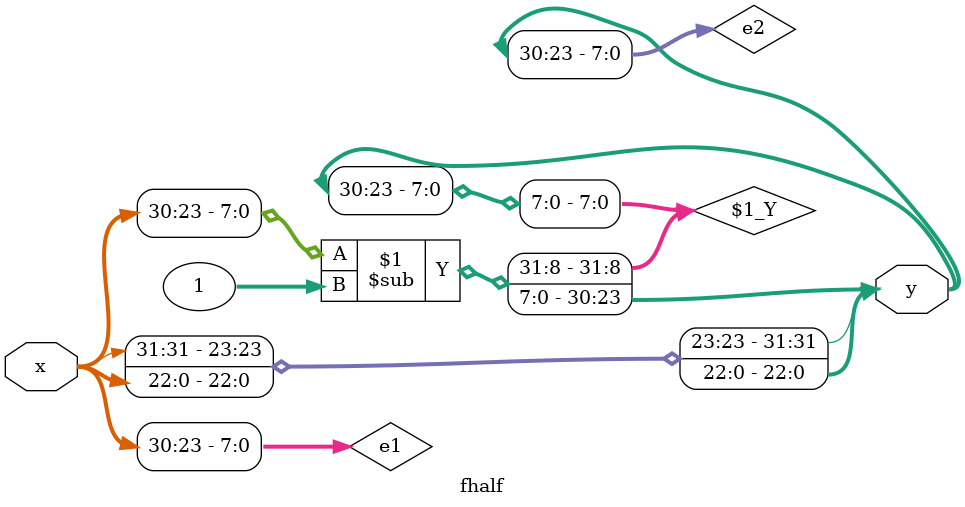
<source format=v>
`default_nettype none
`timescale 10ps / 1ps

module fhalf (
    input wire [31:0] x, 
    output wire [31:0] y
    );
    wire [7:0] e1;
    wire [7:0] e2;
    assign e1 = x[30:23];
    assign e2 = e1 - 1;
    assign y = {x[31], e2, x[22:0]};
endmodule

</source>
